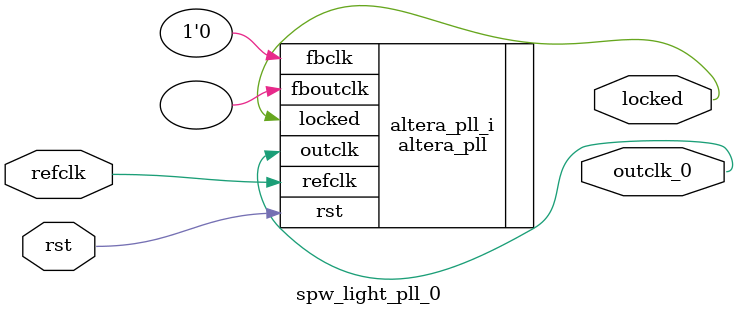
<source format=v>
`timescale 1ns/10ps
module  spw_light_pll_0(

	// interface 'refclk'
	input wire refclk,

	// interface 'reset'
	input wire rst,

	// interface 'outclk0'
	output wire outclk_0,

	// interface 'locked'
	output wire locked
);

	altera_pll #(
		.fractional_vco_multiplier("false"),
		.reference_clock_frequency("50.0 MHz"),
		.operation_mode("direct"),
		.number_of_clocks(1),
		.output_clock_frequency0("200.000000 MHz"),
		.phase_shift0("0 ps"),
		.duty_cycle0(50),
		.output_clock_frequency1("0 MHz"),
		.phase_shift1("0 ps"),
		.duty_cycle1(50),
		.output_clock_frequency2("0 MHz"),
		.phase_shift2("0 ps"),
		.duty_cycle2(50),
		.output_clock_frequency3("0 MHz"),
		.phase_shift3("0 ps"),
		.duty_cycle3(50),
		.output_clock_frequency4("0 MHz"),
		.phase_shift4("0 ps"),
		.duty_cycle4(50),
		.output_clock_frequency5("0 MHz"),
		.phase_shift5("0 ps"),
		.duty_cycle5(50),
		.output_clock_frequency6("0 MHz"),
		.phase_shift6("0 ps"),
		.duty_cycle6(50),
		.output_clock_frequency7("0 MHz"),
		.phase_shift7("0 ps"),
		.duty_cycle7(50),
		.output_clock_frequency8("0 MHz"),
		.phase_shift8("0 ps"),
		.duty_cycle8(50),
		.output_clock_frequency9("0 MHz"),
		.phase_shift9("0 ps"),
		.duty_cycle9(50),
		.output_clock_frequency10("0 MHz"),
		.phase_shift10("0 ps"),
		.duty_cycle10(50),
		.output_clock_frequency11("0 MHz"),
		.phase_shift11("0 ps"),
		.duty_cycle11(50),
		.output_clock_frequency12("0 MHz"),
		.phase_shift12("0 ps"),
		.duty_cycle12(50),
		.output_clock_frequency13("0 MHz"),
		.phase_shift13("0 ps"),
		.duty_cycle13(50),
		.output_clock_frequency14("0 MHz"),
		.phase_shift14("0 ps"),
		.duty_cycle14(50),
		.output_clock_frequency15("0 MHz"),
		.phase_shift15("0 ps"),
		.duty_cycle15(50),
		.output_clock_frequency16("0 MHz"),
		.phase_shift16("0 ps"),
		.duty_cycle16(50),
		.output_clock_frequency17("0 MHz"),
		.phase_shift17("0 ps"),
		.duty_cycle17(50),
		.pll_type("General"),
		.pll_subtype("General")
	) altera_pll_i (
		.rst	(rst),
		.outclk	({outclk_0}),
		.locked	(locked),
		.fboutclk	( ),
		.fbclk	(1'b0),
		.refclk	(refclk)
	);
endmodule


</source>
